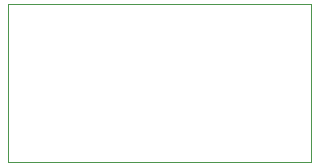
<source format=gbr>
%TF.GenerationSoftware,KiCad,Pcbnew,7.0.8*%
%TF.CreationDate,2024-07-17T00:02:23-04:00*%
%TF.ProjectId,AD5626_Breakout,41443536-3236-45f4-9272-65616b6f7574,rev?*%
%TF.SameCoordinates,Original*%
%TF.FileFunction,Profile,NP*%
%FSLAX46Y46*%
G04 Gerber Fmt 4.6, Leading zero omitted, Abs format (unit mm)*
G04 Created by KiCad (PCBNEW 7.0.8) date 2024-07-17 00:02:23*
%MOMM*%
%LPD*%
G01*
G04 APERTURE LIST*
%TA.AperFunction,Profile*%
%ADD10C,0.100000*%
%TD*%
G04 APERTURE END LIST*
D10*
X116320000Y-96540000D02*
X141980000Y-96540000D01*
X141980000Y-109950000D01*
X116320000Y-109950000D01*
X116320000Y-96540000D01*
M02*

</source>
